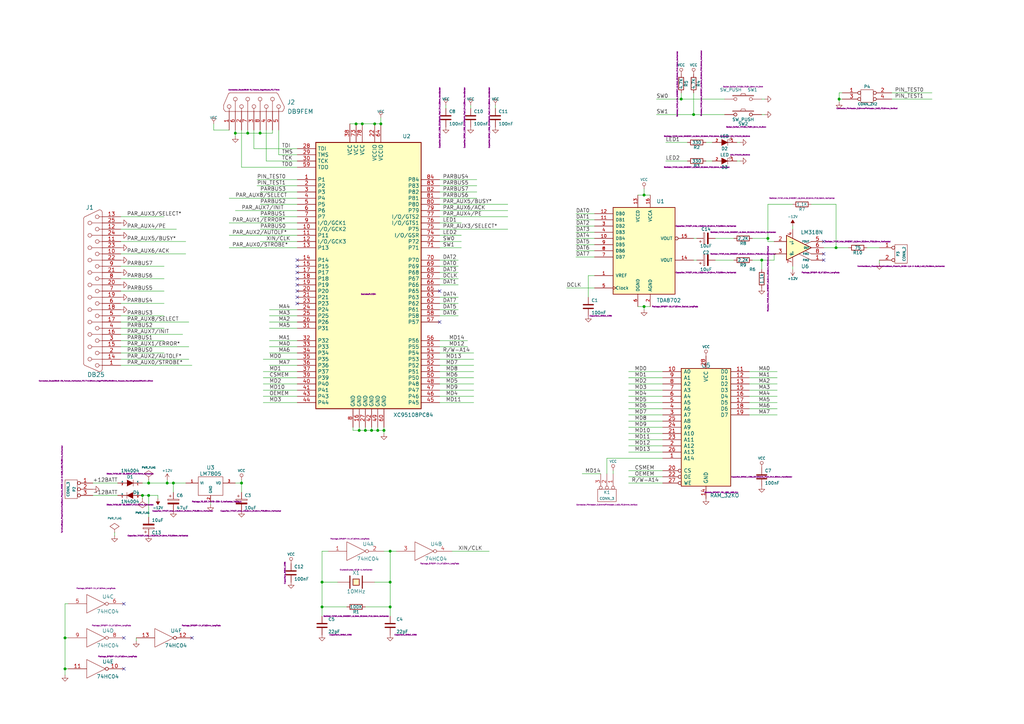
<source format=kicad_sch>
(kicad_sch (version 20201015) (generator eeschema)
  (page 1 1)
  (paper "A3")
  (title_block (title "XC95108PC84 EXPERIMENTATION BOARD") (date "Sun 22 Mar 2015"))
  (junction (at 26.67 261.62) (diameter 1.016))
  (junction (at 26.67 274.32) (diameter 1.016))
  (junction (at 58.42 203.2) (diameter 1.016))
  (junction (at 60.96 198.12) (diameter 1.016))
  (junction (at 60.96 203.2) (diameter 1.016))
  (junction (at 68.58 198.12) (diameter 1.016))
  (junction (at 71.12 198.12) (diameter 1.016))
  (junction (at 96.52 54.61) (diameter 1.016))
  (junction (at 99.06 198.12) (diameter 1.016))
  (junction (at 101.6 54.61) (diameter 1.016))
  (junction (at 106.68 54.61) (diameter 1.016))
  (junction (at 132.08 238.76) (diameter 1.016))
  (junction (at 132.08 248.92) (diameter 1.016))
  (junction (at 146.05 50.8) (diameter 1.016))
  (junction (at 147.32 176.53) (diameter 1.016))
  (junction (at 148.59 50.8) (diameter 1.016))
  (junction (at 149.86 176.53) (diameter 1.016))
  (junction (at 152.4 176.53) (diameter 1.016))
  (junction (at 153.67 50.8) (diameter 1.016))
  (junction (at 154.94 176.53) (diameter 1.016))
  (junction (at 156.21 50.8) (diameter 1.016))
  (junction (at 157.48 176.53) (diameter 1.016))
  (junction (at 160.02 226.06) (diameter 1.016))
  (junction (at 160.02 238.76) (diameter 1.016))
  (junction (at 160.02 248.92) (diameter 1.016))
  (junction (at 264.16 80.01) (diameter 1.016))
  (junction (at 264.16 125.73) (diameter 1.016))
  (junction (at 279.4 40.64) (diameter 1.016))
  (junction (at 284.48 46.99) (diameter 1.016))
  (junction (at 312.42 106.68) (diameter 1.016))
  (junction (at 314.96 97.79) (diameter 1.016))
  (junction (at 342.9 101.6) (diameter 1.016))
  (junction (at 344.17 40.64) (diameter 1.016))
  (no_connect (at 180.34 132.08))
  (no_connect (at 50.8 247.65))
  (no_connect (at 121.92 109.22))
  (no_connect (at 337.82 106.68))
  (no_connect (at 121.92 106.68))
  (no_connect (at 337.82 99.06))
  (no_connect (at 337.82 104.14))
  (no_connect (at 121.92 119.38))
  (no_connect (at 78.74 261.62))
  (no_connect (at 121.92 124.46))
  (no_connect (at 180.34 119.38))
  (no_connect (at 121.92 111.76))
  (no_connect (at 121.92 114.3))
  (no_connect (at 121.92 121.92))
  (no_connect (at 50.8 274.32))
  (no_connect (at 121.92 116.84))
  (no_connect (at 50.8 261.62))
  (wire (pts (xy 26.67 247.65) (xy 26.67 261.62)))
  (wire (pts (xy 26.67 247.65) (xy 27.94 247.65)))
  (wire (pts (xy 26.67 261.62) (xy 26.67 274.32)))
  (wire (pts (xy 26.67 274.32) (xy 26.67 276.86)))
  (wire (pts (xy 26.67 274.32) (xy 27.94 274.32)))
  (wire (pts (xy 27.94 261.62) (xy 26.67 261.62)))
  (wire (pts (xy 38.1 198.12) (xy 48.26 198.12)))
  (wire (pts (xy 46.99 219.71) (xy 46.99 218.44)))
  (wire (pts (xy 48.26 203.2) (xy 38.1 203.2)))
  (wire (pts (xy 49.53 93.98) (xy 72.39 93.98)))
  (wire (pts (xy 49.53 99.06) (xy 76.2 99.06)))
  (wire (pts (xy 49.53 104.14) (xy 76.2 104.14)))
  (wire (pts (xy 49.53 132.08) (xy 77.47 132.08)))
  (wire (pts (xy 49.53 137.16) (xy 74.93 137.16)))
  (wire (pts (xy 49.53 142.24) (xy 77.47 142.24)))
  (wire (pts (xy 49.53 147.32) (xy 77.47 147.32)))
  (wire (pts (xy 49.53 149.86) (xy 78.74 149.86)))
  (wire (pts (xy 55.88 262.89) (xy 55.88 261.62)))
  (wire (pts (xy 58.42 198.12) (xy 60.96 198.12)))
  (wire (pts (xy 58.42 203.2) (xy 60.96 203.2)))
  (wire (pts (xy 58.42 204.47) (xy 58.42 203.2)))
  (wire (pts (xy 60.96 196.85) (xy 60.96 198.12)))
  (wire (pts (xy 60.96 198.12) (xy 68.58 198.12)))
  (wire (pts (xy 60.96 203.2) (xy 60.96 212.09)))
  (wire (pts (xy 60.96 203.2) (xy 64.77 203.2)))
  (wire (pts (xy 64.77 203.2) (xy 64.77 204.47)))
  (wire (pts (xy 67.31 88.9) (xy 49.53 88.9)))
  (wire (pts (xy 67.31 109.22) (xy 49.53 109.22)))
  (wire (pts (xy 67.31 114.3) (xy 49.53 114.3)))
  (wire (pts (xy 67.31 119.38) (xy 49.53 119.38)))
  (wire (pts (xy 67.31 124.46) (xy 49.53 124.46)))
  (wire (pts (xy 67.31 129.54) (xy 49.53 129.54)))
  (wire (pts (xy 67.31 134.62) (xy 49.53 134.62)))
  (wire (pts (xy 67.31 139.7) (xy 49.53 139.7)))
  (wire (pts (xy 67.31 144.78) (xy 49.53 144.78)))
  (wire (pts (xy 68.58 196.85) (xy 68.58 198.12)))
  (wire (pts (xy 68.58 198.12) (xy 71.12 198.12)))
  (wire (pts (xy 71.12 198.12) (xy 71.12 201.93)))
  (wire (pts (xy 71.12 198.12) (xy 76.2 198.12)))
  (wire (pts (xy 86.36 207.01) (xy 86.36 205.74)))
  (wire (pts (xy 87.63 53.34) (xy 87.63 50.8)))
  (wire (pts (xy 87.63 53.34) (xy 93.98 53.34)))
  (wire (pts (xy 93.98 81.28) (xy 121.92 81.28)))
  (wire (pts (xy 93.98 101.6) (xy 121.92 101.6)))
  (wire (pts (xy 96.52 53.34) (xy 96.52 54.61)))
  (wire (pts (xy 96.52 54.61) (xy 96.52 55.88)))
  (wire (pts (xy 96.52 54.61) (xy 101.6 54.61)))
  (wire (pts (xy 96.52 86.36) (xy 121.92 86.36)))
  (wire (pts (xy 99.06 53.34) (xy 99.06 68.58)))
  (wire (pts (xy 99.06 68.58) (xy 121.92 68.58)))
  (wire (pts (xy 99.06 196.85) (xy 99.06 198.12)))
  (wire (pts (xy 99.06 198.12) (xy 96.52 198.12)))
  (wire (pts (xy 99.06 198.12) (xy 99.06 201.93)))
  (wire (pts (xy 101.6 53.34) (xy 101.6 54.61)))
  (wire (pts (xy 101.6 54.61) (xy 106.68 54.61)))
  (wire (pts (xy 104.14 60.96) (xy 104.14 53.34)))
  (wire (pts (xy 105.41 73.66) (xy 121.92 73.66)))
  (wire (pts (xy 105.41 76.2) (xy 121.92 76.2)))
  (wire (pts (xy 106.68 54.61) (xy 106.68 53.34)))
  (wire (pts (xy 106.68 54.61) (xy 111.76 54.61)))
  (wire (pts (xy 106.68 99.06) (xy 121.92 99.06)))
  (wire (pts (xy 109.22 66.04) (xy 109.22 53.34)))
  (wire (pts (xy 110.49 127) (xy 121.92 127)))
  (wire (pts (xy 110.49 129.54) (xy 121.92 129.54)))
  (wire (pts (xy 110.49 132.08) (xy 121.92 132.08)))
  (wire (pts (xy 110.49 134.62) (xy 121.92 134.62)))
  (wire (pts (xy 110.49 139.7) (xy 121.92 139.7)))
  (wire (pts (xy 110.49 142.24) (xy 121.92 142.24)))
  (wire (pts (xy 110.49 144.78) (xy 121.92 144.78)))
  (wire (pts (xy 110.49 149.86) (xy 121.92 149.86)))
  (wire (pts (xy 111.76 54.61) (xy 111.76 53.34)))
  (wire (pts (xy 114.3 63.5) (xy 114.3 53.34)))
  (wire (pts (xy 121.92 60.96) (xy 104.14 60.96)))
  (wire (pts (xy 121.92 63.5) (xy 114.3 63.5)))
  (wire (pts (xy 121.92 66.04) (xy 109.22 66.04)))
  (wire (pts (xy 121.92 78.74) (xy 106.68 78.74)))
  (wire (pts (xy 121.92 83.82) (xy 106.68 83.82)))
  (wire (pts (xy 121.92 88.9) (xy 106.68 88.9)))
  (wire (pts (xy 121.92 91.44) (xy 93.98 91.44)))
  (wire (pts (xy 121.92 93.98) (xy 106.68 93.98)))
  (wire (pts (xy 121.92 96.52) (xy 93.98 96.52)))
  (wire (pts (xy 121.92 147.32) (xy 107.95 147.32)))
  (wire (pts (xy 121.92 152.4) (xy 107.95 152.4)))
  (wire (pts (xy 121.92 154.94) (xy 107.95 154.94)))
  (wire (pts (xy 121.92 157.48) (xy 107.95 157.48)))
  (wire (pts (xy 121.92 160.02) (xy 107.95 160.02)))
  (wire (pts (xy 121.92 162.56) (xy 107.95 162.56)))
  (wire (pts (xy 121.92 165.1) (xy 107.95 165.1)))
  (wire (pts (xy 132.08 226.06) (xy 132.08 238.76)))
  (wire (pts (xy 132.08 226.06) (xy 134.62 226.06)))
  (wire (pts (xy 132.08 238.76) (xy 132.08 248.92)))
  (wire (pts (xy 132.08 238.76) (xy 138.43 238.76)))
  (wire (pts (xy 132.08 248.92) (xy 132.08 252.73)))
  (wire (pts (xy 142.24 248.92) (xy 132.08 248.92)))
  (wire (pts (xy 143.51 50.8) (xy 146.05 50.8)))
  (wire (pts (xy 144.78 175.26) (xy 144.78 176.53)))
  (wire (pts (xy 144.78 176.53) (xy 147.32 176.53)))
  (wire (pts (xy 146.05 50.8) (xy 148.59 50.8)))
  (wire (pts (xy 147.32 175.26) (xy 147.32 176.53)))
  (wire (pts (xy 147.32 176.53) (xy 149.86 176.53)))
  (wire (pts (xy 148.59 50.8) (xy 153.67 50.8)))
  (wire (pts (xy 149.86 175.26) (xy 149.86 176.53)))
  (wire (pts (xy 149.86 176.53) (xy 152.4 176.53)))
  (wire (pts (xy 152.4 175.26) (xy 152.4 176.53)))
  (wire (pts (xy 152.4 176.53) (xy 154.94 176.53)))
  (wire (pts (xy 153.67 50.8) (xy 156.21 50.8)))
  (wire (pts (xy 153.67 238.76) (xy 160.02 238.76)))
  (wire (pts (xy 154.94 175.26) (xy 154.94 176.53)))
  (wire (pts (xy 154.94 176.53) (xy 157.48 176.53)))
  (wire (pts (xy 156.21 50.8) (xy 156.21 48.26)))
  (wire (pts (xy 157.48 175.26) (xy 157.48 176.53)))
  (wire (pts (xy 157.48 176.53) (xy 157.48 177.8)))
  (wire (pts (xy 157.48 226.06) (xy 160.02 226.06)))
  (wire (pts (xy 160.02 226.06) (xy 160.02 238.76)))
  (wire (pts (xy 160.02 226.06) (xy 162.56 226.06)))
  (wire (pts (xy 160.02 238.76) (xy 160.02 248.92)))
  (wire (pts (xy 160.02 248.92) (xy 149.86 248.92)))
  (wire (pts (xy 160.02 248.92) (xy 160.02 252.73)))
  (wire (pts (xy 180.34 83.82) (xy 208.28 83.82)))
  (wire (pts (xy 180.34 86.36) (xy 208.28 86.36)))
  (wire (pts (xy 180.34 88.9) (xy 208.28 88.9)))
  (wire (pts (xy 180.34 93.98) (xy 208.28 93.98)))
  (wire (pts (xy 182.88 44.45) (xy 182.88 43.18)))
  (wire (pts (xy 185.42 226.06) (xy 200.66 226.06)))
  (wire (pts (xy 187.96 106.68) (xy 180.34 106.68)))
  (wire (pts (xy 187.96 109.22) (xy 180.34 109.22)))
  (wire (pts (xy 187.96 111.76) (xy 180.34 111.76)))
  (wire (pts (xy 187.96 114.3) (xy 180.34 114.3)))
  (wire (pts (xy 187.96 116.84) (xy 180.34 116.84)))
  (wire (pts (xy 187.96 121.92) (xy 180.34 121.92)))
  (wire (pts (xy 187.96 124.46) (xy 180.34 124.46)))
  (wire (pts (xy 187.96 127) (xy 180.34 127)))
  (wire (pts (xy 187.96 129.54) (xy 180.34 129.54)))
  (wire (pts (xy 189.23 91.44) (xy 180.34 91.44)))
  (wire (pts (xy 189.23 96.52) (xy 180.34 96.52)))
  (wire (pts (xy 189.23 99.06) (xy 180.34 99.06)))
  (wire (pts (xy 189.23 101.6) (xy 180.34 101.6)))
  (wire (pts (xy 191.77 139.7) (xy 180.34 139.7)))
  (wire (pts (xy 191.77 142.24) (xy 180.34 142.24)))
  (wire (pts (xy 193.04 43.18) (xy 193.04 44.45)))
  (wire (pts (xy 194.31 144.78) (xy 180.34 144.78)))
  (wire (pts (xy 194.31 147.32) (xy 180.34 147.32)))
  (wire (pts (xy 194.31 149.86) (xy 180.34 149.86)))
  (wire (pts (xy 194.31 152.4) (xy 180.34 152.4)))
  (wire (pts (xy 194.31 154.94) (xy 180.34 154.94)))
  (wire (pts (xy 194.31 157.48) (xy 180.34 157.48)))
  (wire (pts (xy 194.31 160.02) (xy 180.34 160.02)))
  (wire (pts (xy 194.31 162.56) (xy 180.34 162.56)))
  (wire (pts (xy 194.31 165.1) (xy 180.34 165.1)))
  (wire (pts (xy 195.58 73.66) (xy 180.34 73.66)))
  (wire (pts (xy 195.58 76.2) (xy 180.34 76.2)))
  (wire (pts (xy 195.58 78.74) (xy 180.34 78.74)))
  (wire (pts (xy 195.58 81.28) (xy 180.34 81.28)))
  (wire (pts (xy 203.2 43.18) (xy 203.2 44.45)))
  (wire (pts (xy 241.3 113.03) (xy 241.3 121.92)))
  (wire (pts (xy 243.84 87.63) (xy 236.22 87.63)))
  (wire (pts (xy 243.84 90.17) (xy 236.22 90.17)))
  (wire (pts (xy 243.84 92.71) (xy 236.22 92.71)))
  (wire (pts (xy 243.84 95.25) (xy 236.22 95.25)))
  (wire (pts (xy 243.84 97.79) (xy 236.22 97.79)))
  (wire (pts (xy 243.84 100.33) (xy 236.22 100.33)))
  (wire (pts (xy 243.84 102.87) (xy 236.22 102.87)))
  (wire (pts (xy 243.84 105.41) (xy 236.22 105.41)))
  (wire (pts (xy 243.84 113.03) (xy 241.3 113.03)))
  (wire (pts (xy 243.84 118.11) (xy 232.41 118.11)))
  (wire (pts (xy 246.38 194.31) (xy 238.76 194.31)))
  (wire (pts (xy 248.92 187.96) (xy 248.92 194.31)))
  (wire (pts (xy 251.46 193.04) (xy 251.46 194.31)))
  (wire (pts (xy 261.62 80.01) (xy 264.16 80.01)))
  (wire (pts (xy 261.62 125.73) (xy 264.16 125.73)))
  (wire (pts (xy 264.16 80.01) (xy 264.16 77.47)))
  (wire (pts (xy 264.16 80.01) (xy 266.7 80.01)))
  (wire (pts (xy 264.16 125.73) (xy 266.7 125.73)))
  (wire (pts (xy 264.16 127) (xy 264.16 125.73)))
  (wire (pts (xy 269.24 40.64) (xy 279.4 40.64)))
  (wire (pts (xy 269.24 46.99) (xy 284.48 46.99)))
  (wire (pts (xy 271.78 152.4) (xy 257.81 152.4)))
  (wire (pts (xy 271.78 154.94) (xy 257.81 154.94)))
  (wire (pts (xy 271.78 157.48) (xy 257.81 157.48)))
  (wire (pts (xy 271.78 160.02) (xy 257.81 160.02)))
  (wire (pts (xy 271.78 162.56) (xy 257.81 162.56)))
  (wire (pts (xy 271.78 165.1) (xy 257.81 165.1)))
  (wire (pts (xy 271.78 167.64) (xy 257.81 167.64)))
  (wire (pts (xy 271.78 170.18) (xy 257.81 170.18)))
  (wire (pts (xy 271.78 172.72) (xy 257.81 172.72)))
  (wire (pts (xy 271.78 175.26) (xy 257.81 175.26)))
  (wire (pts (xy 271.78 177.8) (xy 257.81 177.8)))
  (wire (pts (xy 271.78 180.34) (xy 257.81 180.34)))
  (wire (pts (xy 271.78 182.88) (xy 257.81 182.88)))
  (wire (pts (xy 271.78 185.42) (xy 257.81 185.42)))
  (wire (pts (xy 271.78 187.96) (xy 248.92 187.96)))
  (wire (pts (xy 271.78 193.04) (xy 257.81 193.04)))
  (wire (pts (xy 271.78 195.58) (xy 257.81 195.58)))
  (wire (pts (xy 271.78 198.12) (xy 257.81 198.12)))
  (wire (pts (xy 279.4 38.1) (xy 279.4 40.64)))
  (wire (pts (xy 279.4 40.64) (xy 297.18 40.64)))
  (wire (pts (xy 281.94 58.42) (xy 273.05 58.42)))
  (wire (pts (xy 281.94 66.04) (xy 273.05 66.04)))
  (wire (pts (xy 284.48 46.99) (xy 284.48 38.1)))
  (wire (pts (xy 284.48 46.99) (xy 297.18 46.99)))
  (wire (pts (xy 285.75 97.79) (xy 284.48 97.79)))
  (wire (pts (xy 285.75 106.68) (xy 284.48 106.68)))
  (wire (pts (xy 292.1 58.42) (xy 289.56 58.42)))
  (wire (pts (xy 292.1 66.04) (xy 289.56 66.04)))
  (wire (pts (xy 293.37 97.79) (xy 300.99 97.79)))
  (wire (pts (xy 300.99 106.68) (xy 293.37 106.68)))
  (wire (pts (xy 302.26 58.42) (xy 303.53 58.42)))
  (wire (pts (xy 303.53 66.04) (xy 302.26 66.04)))
  (wire (pts (xy 307.34 152.4) (xy 318.77 152.4)))
  (wire (pts (xy 307.34 154.94) (xy 318.77 154.94)))
  (wire (pts (xy 307.34 157.48) (xy 318.77 157.48)))
  (wire (pts (xy 307.34 160.02) (xy 318.77 160.02)))
  (wire (pts (xy 307.34 162.56) (xy 318.77 162.56)))
  (wire (pts (xy 307.34 165.1) (xy 318.77 165.1)))
  (wire (pts (xy 307.34 167.64) (xy 318.77 167.64)))
  (wire (pts (xy 307.34 170.18) (xy 318.77 170.18)))
  (wire (pts (xy 308.61 97.79) (xy 314.96 97.79)))
  (wire (pts (xy 308.61 106.68) (xy 312.42 106.68)))
  (wire (pts (xy 312.42 46.99) (xy 313.69 46.99)))
  (wire (pts (xy 312.42 106.68) (xy 312.42 110.49)))
  (wire (pts (xy 312.42 106.68) (xy 317.5 106.68)))
  (wire (pts (xy 313.69 40.64) (xy 312.42 40.64)))
  (wire (pts (xy 314.96 83.82) (xy 314.96 97.79)))
  (wire (pts (xy 314.96 83.82) (xy 325.12 83.82)))
  (wire (pts (xy 314.96 97.79) (xy 314.96 99.06)))
  (wire (pts (xy 317.5 99.06) (xy 314.96 99.06)))
  (wire (pts (xy 317.5 106.68) (xy 317.5 104.14)))
  (wire (pts (xy 325.12 92.71) (xy 325.12 93.98)))
  (wire (pts (xy 325.12 110.49) (xy 325.12 109.22)))
  (wire (pts (xy 332.74 83.82) (xy 342.9 83.82)))
  (wire (pts (xy 337.82 101.6) (xy 342.9 101.6)))
  (wire (pts (xy 342.9 83.82) (xy 342.9 101.6)))
  (wire (pts (xy 342.9 101.6) (xy 347.98 101.6)))
  (wire (pts (xy 344.17 38.1) (xy 344.17 40.64)))
  (wire (pts (xy 344.17 38.1) (xy 345.44 38.1)))
  (wire (pts (xy 344.17 40.64) (xy 344.17 41.91)))
  (wire (pts (xy 345.44 40.64) (xy 344.17 40.64)))
  (wire (pts (xy 355.6 101.6) (xy 360.68 101.6)))
  (wire (pts (xy 360.68 107.95) (xy 360.68 106.68)))
  (wire (pts (xy 365.76 38.1) (xy 382.27 38.1)))
  (wire (pts (xy 365.76 40.64) (xy 382.27 40.64)))
  (label "+12BATT" (at 38.1 198.12 0) (effects (font (size 1.524 1.524))))
  (label "-12BATT" (at 38.1 203.2 0) (effects (font (size 1.524 1.524))))
  (label "PAR_AUX3/SELECT*" (at 52.07 88.9 0) (effects (font (size 1.524 1.524))))
  (label "PAR_AUX4/PE" (at 52.07 93.98 0) (effects (font (size 1.524 1.524))))
  (label "PAR_AUX5/BUSY*" (at 52.07 99.06 0) (effects (font (size 1.524 1.524))))
  (label "PAR_AUX6/ACK" (at 52.07 104.14 0) (effects (font (size 1.524 1.524))))
  (label "PARBUS7" (at 52.07 109.22 0) (effects (font (size 1.524 1.524))))
  (label "PARBUS6" (at 52.07 114.3 0) (effects (font (size 1.524 1.524))))
  (label "PARBUS5" (at 52.07 119.38 0) (effects (font (size 1.524 1.524))))
  (label "PARBUS4" (at 52.07 124.46 0) (effects (font (size 1.524 1.524))))
  (label "PARBUS3" (at 52.07 129.54 0) (effects (font (size 1.524 1.524))))
  (label "PAR_AUX8/SELECT" (at 52.07 132.08 0) (effects (font (size 1.524 1.524))))
  (label "PARBUS2" (at 52.07 134.62 0) (effects (font (size 1.524 1.524))))
  (label "PAR_AUX7/INIT" (at 52.07 137.16 0) (effects (font (size 1.524 1.524))))
  (label "PARBUS1" (at 52.07 139.7 0) (effects (font (size 1.524 1.524))))
  (label "PAR_AUX1/ERROR*" (at 52.07 142.24 0) (effects (font (size 1.524 1.524))))
  (label "PARBUS0" (at 52.07 144.78 0) (effects (font (size 1.524 1.524))))
  (label "PAR_AUX2/AUTOLF*" (at 52.07 147.32 0) (effects (font (size 1.524 1.524))))
  (label "PAR_AUX0/STROBE*" (at 52.07 149.86 0) (effects (font (size 1.524 1.524))))
  (label "PAR_AUX1/ERROR*" (at 95.25 91.44 0) (effects (font (size 1.524 1.524))))
  (label "PAR_AUX2/AUTOLF*" (at 95.25 96.52 0) (effects (font (size 1.524 1.524))))
  (label "PAR_AUX0/STROBE*" (at 95.25 101.6 0) (effects (font (size 1.524 1.524))))
  (label "PAR_AUX8/SELECT" (at 96.52 81.28 0) (effects (font (size 1.524 1.524))))
  (label "PAR_AUX7/INIT" (at 99.06 86.36 0) (effects (font (size 1.524 1.524))))
  (label "PIN_TEST0" (at 105.41 73.66 0) (effects (font (size 1.524 1.524))))
  (label "PIN_TEST1" (at 105.41 76.2 0) (effects (font (size 1.524 1.524))))
  (label "PARBUS3" (at 106.68 78.74 0) (effects (font (size 1.524 1.524))))
  (label "PARBUS2" (at 106.68 83.82 0) (effects (font (size 1.524 1.524))))
  (label "PARBUS1" (at 106.68 88.9 0) (effects (font (size 1.524 1.524))))
  (label "PARBUS0" (at 106.68 93.98 0) (effects (font (size 1.524 1.524))))
  (label "XIN/CLK" (at 109.22 99.06 0) (effects (font (size 1.524 1.524))))
  (label "MD0" (at 110.49 147.32 0) (effects (font (size 1.524 1.524))))
  (label "MD1" (at 110.49 152.4 0) (effects (font (size 1.524 1.524))))
  (label "CSMEM" (at 110.49 154.94 0) (effects (font (size 1.524 1.524))))
  (label "MD2" (at 110.49 157.48 0) (effects (font (size 1.524 1.524))))
  (label "MD10" (at 110.49 160.02 0) (effects (font (size 1.524 1.524))))
  (label "OEMEM" (at 110.49 162.56 0) (effects (font (size 1.524 1.524))))
  (label "MD3" (at 110.49 165.1 0) (effects (font (size 1.524 1.524))))
  (label "MA4" (at 114.3 127 0) (effects (font (size 1.524 1.524))))
  (label "MA3" (at 114.3 129.54 0) (effects (font (size 1.524 1.524))))
  (label "MA2" (at 114.3 132.08 0) (effects (font (size 1.524 1.524))))
  (label "MA5" (at 114.3 134.62 0) (effects (font (size 1.524 1.524))))
  (label "MA1" (at 114.3 139.7 0) (effects (font (size 1.524 1.524))))
  (label "MA0" (at 114.3 142.24 0) (effects (font (size 1.524 1.524))))
  (label "MA6" (at 114.3 144.78 0) (effects (font (size 1.524 1.524))))
  (label "MA7" (at 114.3 149.86 0) (effects (font (size 1.524 1.524))))
  (label "TDI" (at 115.57 60.96 0) (effects (font (size 1.524 1.524))))
  (label "TMS" (at 115.57 63.5 0) (effects (font (size 1.524 1.524))))
  (label "TCK" (at 115.57 66.04 0) (effects (font (size 1.524 1.524))))
  (label "TDO" (at 115.57 68.58 0) (effects (font (size 1.524 1.524))))
  (label "PARBUS4" (at 181.61 73.66 0) (effects (font (size 1.524 1.524))))
  (label "PARBUS5" (at 181.61 76.2 0) (effects (font (size 1.524 1.524))))
  (label "PARBUS7" (at 181.61 78.74 0) (effects (font (size 1.524 1.524))))
  (label "PARBUS6" (at 181.61 81.28 0) (effects (font (size 1.524 1.524))))
  (label "PAR_AUX5/BUSY*" (at 181.61 83.82 0) (effects (font (size 1.524 1.524))))
  (label "PAR_AUX6/ACK" (at 181.61 86.36 0) (effects (font (size 1.524 1.524))))
  (label "PAR_AUX4/PE" (at 181.61 88.9 0) (effects (font (size 1.524 1.524))))
  (label "LED1" (at 181.61 91.44 0) (effects (font (size 1.524 1.524))))
  (label "PAR_AUX3/SELECT*" (at 181.61 93.98 0) (effects (font (size 1.524 1.524))))
  (label "LED2" (at 181.61 96.52 0) (effects (font (size 1.524 1.524))))
  (label "SW0" (at 181.61 99.06 0) (effects (font (size 1.524 1.524))))
  (label "SW1" (at 181.61 101.6 0) (effects (font (size 1.524 1.524))))
  (label "DAT2" (at 181.61 106.68 0) (effects (font (size 1.524 1.524))))
  (label "DAT0" (at 181.61 109.22 0) (effects (font (size 1.524 1.524))))
  (label "DAT3" (at 181.61 111.76 0) (effects (font (size 1.524 1.524))))
  (label "DCLK" (at 181.61 114.3 0) (effects (font (size 1.524 1.524))))
  (label "DAT1" (at 181.61 116.84 0) (effects (font (size 1.524 1.524))))
  (label "DAT4" (at 181.61 121.92 0) (effects (font (size 1.524 1.524))))
  (label "DAT7" (at 181.61 124.46 0) (effects (font (size 1.524 1.524))))
  (label "DAT5" (at 181.61 127 0) (effects (font (size 1.524 1.524))))
  (label "DAT6" (at 181.61 129.54 0) (effects (font (size 1.524 1.524))))
  (label "R/W-A14" (at 181.61 144.78 0) (effects (font (size 1.524 1.524))))
  (label "MD13" (at 182.88 147.32 0) (effects (font (size 1.524 1.524))))
  (label "MD7" (at 182.88 149.86 0) (effects (font (size 1.524 1.524))))
  (label "MD8" (at 182.88 152.4 0) (effects (font (size 1.524 1.524))))
  (label "MD6" (at 182.88 154.94 0) (effects (font (size 1.524 1.524))))
  (label "MD5" (at 182.88 157.48 0) (effects (font (size 1.524 1.524))))
  (label "MD9" (at 182.88 160.02 0) (effects (font (size 1.524 1.524))))
  (label "MD4" (at 182.88 162.56 0) (effects (font (size 1.524 1.524))))
  (label "MD11" (at 182.88 165.1 0) (effects (font (size 1.524 1.524))))
  (label "MD14" (at 184.15 139.7 0) (effects (font (size 1.524 1.524))))
  (label "MD12" (at 184.15 142.24 0) (effects (font (size 1.524 1.524))))
  (label "XIN/CLK" (at 187.96 226.06 0) (effects (font (size 1.524 1.524))))
  (label "DCLK" (at 232.41 118.11 0) (effects (font (size 1.524 1.524))))
  (label "DAT0" (at 236.22 87.63 0) (effects (font (size 1.524 1.524))))
  (label "DAT1" (at 236.22 90.17 0) (effects (font (size 1.524 1.524))))
  (label "DAT2" (at 236.22 92.71 0) (effects (font (size 1.524 1.524))))
  (label "DAT3" (at 236.22 95.25 0) (effects (font (size 1.524 1.524))))
  (label "DAT4" (at 236.22 97.79 0) (effects (font (size 1.524 1.524))))
  (label "DAT5" (at 236.22 100.33 0) (effects (font (size 1.524 1.524))))
  (label "DAT6" (at 236.22 102.87 0) (effects (font (size 1.524 1.524))))
  (label "DAT7" (at 236.22 105.41 0) (effects (font (size 1.524 1.524))))
  (label "MD14" (at 240.03 194.31 0) (effects (font (size 1.524 1.524))))
  (label "R/W-A14" (at 259.08 198.12 0) (effects (font (size 1.524 1.524))))
  (label "MD0" (at 260.35 152.4 0) (effects (font (size 1.524 1.524))))
  (label "MD1" (at 260.35 154.94 0) (effects (font (size 1.524 1.524))))
  (label "MD2" (at 260.35 157.48 0) (effects (font (size 1.524 1.524))))
  (label "MD3" (at 260.35 160.02 0) (effects (font (size 1.524 1.524))))
  (label "MD4" (at 260.35 162.56 0) (effects (font (size 1.524 1.524))))
  (label "MD5" (at 260.35 165.1 0) (effects (font (size 1.524 1.524))))
  (label "MD6" (at 260.35 167.64 0) (effects (font (size 1.524 1.524))))
  (label "MD7" (at 260.35 170.18 0) (effects (font (size 1.524 1.524))))
  (label "MD8" (at 260.35 172.72 0) (effects (font (size 1.524 1.524))))
  (label "MD9" (at 260.35 175.26 0) (effects (font (size 1.524 1.524))))
  (label "MD10" (at 260.35 177.8 0) (effects (font (size 1.524 1.524))))
  (label "MD11" (at 260.35 180.34 0) (effects (font (size 1.524 1.524))))
  (label "MD12" (at 260.35 182.88 0) (effects (font (size 1.524 1.524))))
  (label "MD13" (at 260.35 185.42 0) (effects (font (size 1.524 1.524))))
  (label "CSMEM" (at 260.35 193.04 0) (effects (font (size 1.524 1.524))))
  (label "OEMEM" (at 260.35 195.58 0) (effects (font (size 1.524 1.524))))
  (label "SW0" (at 269.24 40.64 0) (effects (font (size 1.524 1.524))))
  (label "SW1" (at 269.24 46.99 0) (effects (font (size 1.524 1.524))))
  (label "LED1" (at 273.05 58.42 0) (effects (font (size 1.524 1.524))))
  (label "LED2" (at 273.05 66.04 0) (effects (font (size 1.524 1.524))))
  (label "MA0" (at 311.15 152.4 0) (effects (font (size 1.524 1.524))))
  (label "MA1" (at 311.15 154.94 0) (effects (font (size 1.524 1.524))))
  (label "MA2" (at 311.15 157.48 0) (effects (font (size 1.524 1.524))))
  (label "MA3" (at 311.15 160.02 0) (effects (font (size 1.524 1.524))))
  (label "MA4" (at 311.15 162.56 0) (effects (font (size 1.524 1.524))))
  (label "MA5" (at 311.15 165.1 0) (effects (font (size 1.524 1.524))))
  (label "MA6" (at 311.15 167.64 0) (effects (font (size 1.524 1.524))))
  (label "MA7" (at 311.15 170.18 0) (effects (font (size 1.524 1.524))))
  (label "PIN_TEST0" (at 367.03 38.1 0) (effects (font (size 1.524 1.524))))
  (label "PIN_TEST1" (at 367.03 40.64 0) (effects (font (size 1.524 1.524))))
  (symbol (lib_id "carte_test_schlib:VCC") (at 87.63 50.8 0) (unit 1)
    (property "Reference" "#PWR041" (effects hide))
    (property "Value" "VCC" (at 87.63 48.26 0) (effects (font (size 1.016 1.016))))
  )
  (symbol (lib_id "carte_test_schlib:VCC") (at 99.06 196.85 0) (unit 1)
    (property "Reference" "#PWR037" (effects hide))
    (property "Value" "VCC" (at 99.06 193.04 0) (effects (font (size 1.016 1.016))))
  )
  (symbol (lib_id "carte_test_schlib:VCC") (at 119.38 231.14 0) (unit 1)
    (property "Reference" "#PWR022" (effects hide))
    (property "Value" "VCC" (at 119.38 227.33 0) (effects (font (size 1.016 1.016))))
  )
  (symbol (lib_id "carte_test_schlib:VCC") (at 156.21 48.26 0) (unit 1)
    (property "Reference" "#PWR047" (effects hide))
    (property "Value" "VCC" (at 156.21 45.72 0) (effects (font (size 1.016 1.016))))
  )
  (symbol (lib_id "carte_test_schlib:VCC") (at 182.88 43.18 0) (unit 1)
    (property "Reference" "#PWR027" (effects hide))
    (property "Value" "VCC" (at 182.88 40.64 0) (effects (font (size 1.016 1.016))))
  )
  (symbol (lib_id "carte_test_schlib:VCC") (at 193.04 43.18 0) (unit 1)
    (property "Reference" "#PWR026" (effects hide))
    (property "Value" "VCC" (at 193.04 40.64 0) (effects (font (size 1.016 1.016))))
  )
  (symbol (lib_id "carte_test_schlib:VCC") (at 203.2 43.18 0) (unit 1)
    (property "Reference" "#PWR025" (effects hide))
    (property "Value" "VCC" (at 203.2 40.64 0) (effects (font (size 1.016 1.016))))
  )
  (symbol (lib_id "carte_test_schlib:VCC") (at 251.46 193.04 0) (unit 1)
    (property "Reference" "#PWR029" (effects hide))
    (property "Value" "VCC" (at 251.46 189.23 0) (effects (font (size 1.016 1.016))))
  )
  (symbol (lib_id "carte_test_schlib:VCC") (at 264.16 77.47 0) (unit 1)
    (property "Reference" "#PWR046" (effects hide))
    (property "Value" "VCC" (at 264.16 73.66 0) (effects (font (size 1.016 1.016))))
  )
  (symbol (lib_id "carte_test_schlib:VCC") (at 279.4 30.48 0) (unit 1)
    (property "Reference" "#PWR015" (effects hide))
    (property "Value" "VCC" (at 279.4 26.67 0) (effects (font (size 1.016 1.016))))
  )
  (symbol (lib_id "carte_test_schlib:VCC") (at 284.48 30.48 0) (unit 1)
    (property "Reference" "#PWR014" (effects hide))
    (property "Value" "VCC" (at 284.48 26.67 0) (effects (font (size 1.016 1.016))))
  )
  (symbol (lib_id "carte_test_schlib:VCC") (at 289.56 146.05 0) (unit 1)
    (property "Reference" "#PWR02" (effects hide))
    (property "Value" "VCC" (at 289.56 142.24 0) (effects (font (size 1.016 1.016))))
  )
  (symbol (lib_id "carte_test_schlib:VCC") (at 312.42 191.77 0) (unit 1)
    (property "Reference" "#PWR024" (effects hide))
    (property "Value" "VCC" (at 312.42 187.96 0) (effects (font (size 1.016 1.016))))
  )
  (symbol (lib_id "carte_test_schlib:-12V") (at 64.77 204.47 0) (mirror x) (unit 1)
    (property "Reference" "#PWR139" (effects hide))
    (property "Value" "-12V" (at 64.77 208.28 0) (effects (font (size 1.016 1.016))))
  )
  (symbol (lib_id "carte_test_schlib:+12V") (at 68.58 196.85 0) (unit 1)
    (property "Reference" "#PWR05" (effects hide))
    (property "Value" "+12V" (at 68.58 193.04 0) (effects (font (size 1.016 1.016))))
  )
  (symbol (lib_id "carte_test_schlib:-12V") (at 325.12 92.71 0) (unit 1)
    (property "Reference" "#PWR118" (effects hide))
    (property "Value" "-12V" (at 325.12 88.9 0) (effects (font (size 1.016 1.016))))
  )
  (symbol (lib_id "carte_test_schlib:+12V") (at 325.12 110.49 0) (mirror x) (unit 1)
    (property "Reference" "#PWR04" (effects hide))
    (property "Value" "+12V" (at 325.12 114.3 0) (effects (font (size 1.016 1.016))))
  )
  (symbol (lib_id "carte_test_schlib:GND") (at 26.67 276.86 0) (unit 1)
    (property "Reference" "#PWR031" (effects hide))
    (property "Value" "GND" (effects hide))
  )
  (symbol (lib_id "carte_test_schlib:GND") (at 38.1 200.66 90) (unit 1)
    (property "Reference" "#PWR036" (effects hide))
    (property "Value" "GND" (effects hide))
  )
  (symbol (lib_id "carte_test_schlib:GND") (at 46.99 219.71 0) (unit 1)
    (property "Reference" "#PWR033" (effects hide))
    (property "Value" "GND" (effects hide))
  )
  (symbol (lib_id "carte_test_schlib:GND") (at 49.53 91.44 90) (unit 1)
    (property "Reference" "#PWR028" (effects hide))
    (property "Value" "GND" (effects hide))
  )
  (symbol (lib_id "carte_test_schlib:GND") (at 49.53 96.52 90) (unit 1)
    (property "Reference" "#PWR013" (effects hide))
    (property "Value" "GND" (effects hide))
  )
  (symbol (lib_id "carte_test_schlib:GND") (at 49.53 101.6 90) (unit 1)
    (property "Reference" "#PWR012" (effects hide))
    (property "Value" "GND" (effects hide))
  )
  (symbol (lib_id "carte_test_schlib:GND") (at 49.53 106.68 90) (unit 1)
    (property "Reference" "#PWR011" (effects hide))
    (property "Value" "GND" (effects hide))
  )
  (symbol (lib_id "carte_test_schlib:GND") (at 49.53 111.76 90) (unit 1)
    (property "Reference" "#PWR010" (effects hide))
    (property "Value" "GND" (effects hide))
  )
  (symbol (lib_id "carte_test_schlib:GND") (at 49.53 116.84 90) (unit 1)
    (property "Reference" "#PWR018" (effects hide))
    (property "Value" "GND" (effects hide))
  )
  (symbol (lib_id "carte_test_schlib:GND") (at 49.53 121.92 90) (unit 1)
    (property "Reference" "#PWR09" (effects hide))
    (property "Value" "GND" (effects hide))
  )
  (symbol (lib_id "carte_test_schlib:GND") (at 49.53 127 90) (unit 1)
    (property "Reference" "#PWR08" (effects hide))
    (property "Value" "GND" (effects hide))
  )
  (symbol (lib_id "carte_test_schlib:GND") (at 55.88 262.89 0) (unit 1)
    (property "Reference" "#PWR030" (effects hide))
    (property "Value" "GND" (effects hide))
  )
  (symbol (lib_id "carte_test_schlib:GND") (at 60.96 219.71 0) (unit 1)
    (property "Reference" "#PWR03" (effects hide))
    (property "Value" "GND" (effects hide))
  )
  (symbol (lib_id "carte_test_schlib:GND") (at 71.12 209.55 0) (unit 1)
    (property "Reference" "#PWR035" (effects hide))
    (property "Value" "GND" (effects hide))
  )
  (symbol (lib_id "carte_test_schlib:GND") (at 86.36 207.01 0) (unit 1)
    (property "Reference" "#PWR038" (effects hide))
    (property "Value" "GND" (effects hide))
  )
  (symbol (lib_id "carte_test_schlib:GND") (at 96.52 55.88 0) (unit 1)
    (property "Reference" "#PWR040" (effects hide))
    (property "Value" "GND" (effects hide))
  )
  (symbol (lib_id "carte_test_schlib:GND") (at 99.06 209.55 0) (unit 1)
    (property "Reference" "#PWR042" (effects hide))
    (property "Value" "GND" (effects hide))
  )
  (symbol (lib_id "carte_test_schlib:GND") (at 119.38 238.76 0) (unit 1)
    (property "Reference" "#PWR021" (effects hide))
    (property "Value" "GND" (effects hide))
  )
  (symbol (lib_id "carte_test_schlib:GND") (at 132.08 260.35 0) (unit 1)
    (property "Reference" "#PWR048" (effects hide))
    (property "Value" "GND" (effects hide))
  )
  (symbol (lib_id "carte_test_schlib:GND") (at 157.48 177.8 0) (unit 1)
    (property "Reference" "#PWR045" (effects hide))
    (property "Value" "GND" (effects hide))
  )
  (symbol (lib_id "carte_test_schlib:GND") (at 160.02 260.35 0) (unit 1)
    (property "Reference" "#PWR039" (effects hide))
    (property "Value" "GND" (effects hide))
  )
  (symbol (lib_id "carte_test_schlib:GND") (at 182.88 52.07 0) (unit 1)
    (property "Reference" "#PWR049" (effects hide))
    (property "Value" "GND" (effects hide))
  )
  (symbol (lib_id "carte_test_schlib:GND") (at 193.04 52.07 0) (unit 1)
    (property "Reference" "#PWR050" (effects hide))
    (property "Value" "GND" (effects hide))
  )
  (symbol (lib_id "carte_test_schlib:GND") (at 203.2 52.07 0) (unit 1)
    (property "Reference" "#PWR051" (effects hide))
    (property "Value" "GND" (effects hide))
  )
  (symbol (lib_id "carte_test_schlib:GND") (at 241.3 129.54 0) (unit 1)
    (property "Reference" "#PWR043" (effects hide))
    (property "Value" "GND" (effects hide))
  )
  (symbol (lib_id "carte_test_schlib:GND") (at 264.16 127 0) (unit 1)
    (property "Reference" "#PWR044" (effects hide))
    (property "Value" "GND" (effects hide))
  )
  (symbol (lib_id "carte_test_schlib:GND") (at 289.56 204.47 0) (unit 1)
    (property "Reference" "#PWR01" (effects hide))
    (property "Value" "GND" (effects hide))
  )
  (symbol (lib_id "carte_test_schlib:GND") (at 303.53 58.42 90) (unit 1)
    (property "Reference" "#PWR020" (effects hide))
    (property "Value" "GND" (effects hide))
  )
  (symbol (lib_id "carte_test_schlib:GND") (at 303.53 66.04 90) (unit 1)
    (property "Reference" "#PWR019" (effects hide))
    (property "Value" "GND" (effects hide))
  )
  (symbol (lib_id "carte_test_schlib:GND") (at 312.42 118.11 0) (unit 1)
    (property "Reference" "#PWR06" (effects hide))
    (property "Value" "GND" (effects hide))
  )
  (symbol (lib_id "carte_test_schlib:GND") (at 312.42 199.39 0) (unit 1)
    (property "Reference" "#PWR023" (effects hide))
    (property "Value" "GND" (effects hide))
  )
  (symbol (lib_id "carte_test_schlib:GND") (at 313.69 40.64 90) (unit 1)
    (property "Reference" "#PWR017" (effects hide))
    (property "Value" "GND" (effects hide))
  )
  (symbol (lib_id "carte_test_schlib:GND") (at 313.69 46.99 90) (unit 1)
    (property "Reference" "#PWR016" (effects hide))
    (property "Value" "GND" (effects hide))
  )
  (symbol (lib_id "carte_test_schlib:GND") (at 344.17 41.91 0) (unit 1)
    (property "Reference" "#PWR07" (effects hide))
    (property "Value" "GND" (effects hide))
  )
  (symbol (lib_id "carte_test_schlib:GND") (at 360.68 107.95 0) (unit 1)
    (property "Reference" "#PWR034" (effects hide))
    (property "Value" "GND" (effects hide))
  )
  (symbol (lib_id "carte_test_schlib:PWR_FLAG") (at 46.99 218.44 0) (unit 1)
    (property "Reference" "#FLG032" (effects hide))
    (property "Value" "PWR_FLAG" (at 46.99 212.598 0) (effects (font (size 0.762 0.762))))
  )
  (symbol (lib_id "carte_test_schlib:PWR_FLAG") (at 58.42 204.47 0) (mirror x) (unit 1)
    (property "Reference" "#FLG02" (effects hide))
    (property "Value" "PWR_FLAG" (at 58.42 210.312 0) (effects (font (size 0.762 0.762))))
  )
  (symbol (lib_id "carte_test_schlib:PWR_FLAG") (at 60.96 196.85 0) (unit 1)
    (property "Reference" "#FLG01" (effects hide))
    (property "Value" "PWR_FLAG" (at 60.96 191.77 0) (effects (font (size 0.762 0.762))))
  )
  (symbol (lib_id "carte_test_schlib:R") (at 146.05 248.92 270) (unit 1)
    (property "Reference" "R1" (at 146.05 250.952 90))
    (property "Value" "100K" (at 146.05 248.92 90))
    (property "Footprint" "Resistor_THT:R_Axial_DIN0207_L6.3mm_D2.5mm_P10.16mm_Horizontal" (at 146.05 252.73 90) (effects (font (size 0.508 0.508))))
  )
  (symbol (lib_id "carte_test_schlib:R") (at 279.4 34.29 0) (unit 1)
    (property "Reference" "R5" (at 281.432 34.29 90))
    (property "Value" "4,7K" (at 279.4 34.29 90))
    (property "Footprint" "Resistor_THT:R_Axial_DIN0207_L6.3mm_D2.5mm_P10.16mm_Horizontal" (at 277.7744 34.4424 90) (effects (font (size 0.508 0.508))))
  )
  (symbol (lib_id "carte_test_schlib:R") (at 284.48 34.29 0) (unit 1)
    (property "Reference" "R4" (at 286.512 34.29 90))
    (property "Value" "4,7K" (at 284.48 34.29 90))
    (property "Footprint" "Resistor_THT:R_Axial_DIN0207_L6.3mm_D2.5mm_P10.16mm_Horizontal" (at 287.6296 34.1376 90) (effects (font (size 0.508 0.508))))
  )
  (symbol (lib_id "carte_test_schlib:R") (at 285.75 58.42 270) (unit 1)
    (property "Reference" "R2" (at 285.75 60.452 90))
    (property "Value" "330" (at 285.75 58.42 90))
    (property "Footprint" "Resistor_THT:R_Axial_DIN0207_L6.3mm_D2.5mm_P10.16mm_Horizontal" (at 285.75 55.88 90) (effects (font (size 0.508 0.508))))
  )
  (symbol (lib_id "carte_test_schlib:R") (at 285.75 66.04 270) (unit 1)
    (property "Reference" "R3" (at 285.75 68.072 90))
    (property "Value" "330" (at 285.75 66.04 90))
    (property "Footprint" "Resistor_THT:R_Axial_DIN0207_L6.3mm_D2.5mm_P10.16mm_Horizontal" (at 285.75 68.58 90) (effects (font (size 0.508 0.508))))
  )
  (symbol (lib_id "carte_test_schlib:R") (at 304.8 97.79 270) (unit 1)
    (property "Reference" "R8" (at 304.8 99.822 90))
    (property "Value" "2,2K" (at 304.8 97.79 90))
    (property "Footprint" "Resistor_THT:R_Axial_DIN0207_L6.3mm_D2.5mm_P10.16mm_Horizontal" (at 304.8 95.25 90) (effects (font (size 0.508 0.508))))
  )
  (symbol (lib_id "carte_test_schlib:R") (at 304.8 106.68 270) (unit 1)
    (property "Reference" "R9" (at 304.8 108.712 90))
    (property "Value" "2,2K" (at 304.8 106.68 90))
    (property "Footprint" "Resistor_THT:R_Axial_DIN0207_L6.3mm_D2.5mm_P10.16mm_Horizontal" (at 304.8 104.14 90) (effects (font (size 0.508 0.508))))
  )
  (symbol (lib_id "carte_test_schlib:R") (at 312.42 114.3 0) (unit 1)
    (property "Reference" "R6" (at 308.61 110.49 0))
    (property "Value" "1,1k" (at 312.42 114.3 90))
    (property "Footprint" "Resistor_THT:R_Axial_DIN0207_L6.3mm_D2.5mm_P10.16mm_Horizontal" (at 314.96 114.3 90) (effects (font (size 0.508 0.508))))
  )
  (symbol (lib_id "carte_test_schlib:R") (at 328.93 83.82 270) (unit 1)
    (property "Reference" "R7" (at 328.93 85.852 90))
    (property "Value" "1,1K" (at 328.93 83.82 90))
    (property "Footprint" "Resistor_THT:R_Axial_DIN0207_L6.3mm_D2.5mm_P10.16mm_Horizontal" (at 328.93 81.28 90) (effects (font (size 0.508 0.508))))
  )
  (symbol (lib_id "carte_test_schlib:R") (at 351.79 101.6 270) (unit 1)
    (property "Reference" "R10" (at 351.79 103.632 90))
    (property "Value" "75" (at 351.79 101.6 90))
    (property "Footprint" "Resistor_THT:R_Axial_DIN0207_L6.3mm_D2.5mm_P10.16mm_Horizontal" (at 351.79 99.06 90) (effects (font (size 0.508 0.508))))
  )
  (symbol (lib_id "carte_test_schlib:DIODE") (at 53.34 198.12 0) (unit 1)
    (property "Reference" "D1" (at 53.34 195.58 0))
    (property "Value" "1N4004" (at 53.34 193.04 0))
    (property "Footprint" "Diode_THT:D_DO-35_SOD27_P12.70mm_Horizontal" (at 53.34 194.31 0) (effects (font (size 0.508 0.508))))
  )
  (symbol (lib_id "carte_test_schlib:DIODE") (at 53.34 203.2 0) (mirror y) (unit 1)
    (property "Reference" "D4" (at 55.88 201.93 0))
    (property "Value" "1N4004" (at 53.34 205.7146 0))
    (property "Footprint" "Diode_THT:D_DO-35_SOD27_P12.70mm_Horizontal" (at 53.34 207.01 0) (effects (font (size 0.508 0.508))))
  )
  (symbol (lib_id "carte_test_schlib:LED") (at 297.18 58.42 180) (unit 1)
    (property "Reference" "D2" (at 297.18 60.96 0))
    (property "Value" "LED" (at 297.18 55.88 0))
    (property "Footprint" "LED_THT:LED_D5.0mm" (at 303.53 55.88 0) (effects (font (size 0.508 0.508))))
  )
  (symbol (lib_id "carte_test_schlib:LED") (at 297.18 66.04 180) (unit 1)
    (property "Reference" "D3" (at 297.18 68.58 0))
    (property "Value" "LED" (at 297.18 63.5 0))
    (property "Footprint" "LED_THT:LED_D5.0mm" (at 303.53 63.5 0) (effects (font (size 0.508 0.508))))
  )
  (symbol (lib_id "carte_test_schlib:CP") (at 60.96 215.9 0) (mirror x) (unit 1)
    (property "Reference" "C13" (at 62.23 218.44 0) (effects (justify left)))
    (property "Value" "10uF" (at 62.23 213.36 0) (effects (justify left)))
    (property "Footprint" "Capacitor_THT:CP_Axial_L10.0mm_D4.5mm_P15.00mm_Horizontal" (at 64.77 219.71 0) (effects (font (size 0.508 0.508))))
  )
  (symbol (lib_id "carte_test_schlib:CP") (at 71.12 205.74 0) (unit 1)
    (property "Reference" "C6" (at 72.39 203.2 0) (effects (justify left)))
    (property "Value" "47uF" (at 72.39 208.28 0) (effects (justify left)))
    (property "Footprint" "Capacitor_THT:CP_Axial_L10.0mm_D4.5mm_P15.00mm_Horizontal" (at 74.93 209.55 0) (effects (font (size 0.508 0.508))))
  )
  (symbol (lib_id "carte_test_schlib:CP") (at 99.06 205.74 0) (unit 1)
    (property "Reference" "C3" (at 100.33 203.2 0) (effects (justify left)))
    (property "Value" "10uF" (at 100.33 208.28 0) (effects (justify left)))
    (property "Footprint" "Capacitor_THT:CP_Axial_L10.0mm_D4.5mm_P15.00mm_Horizontal" (at 102.87 209.55 0) (effects (font (size 0.508 0.508))))
  )
  (symbol (lib_id "carte_test_schlib:C") (at 119.38 234.95 0) (unit 1)
    (property "Reference" "C12" (at 120.65 232.41 0) (effects (justify left)))
    (property "Value" "100nF" (at 120.65 237.49 0) (effects (justify left)))
    (property "Footprint" "Capacitors_SMD:C_1206" (at 116.84 234.95 90) (effects (font (size 0.508 0.508))))
  )
  (symbol (lib_id "carte_test_schlib:C") (at 132.08 256.54 0) (unit 1)
    (property "Reference" "C5" (at 134.62 254 0) (effects (justify left)))
    (property "Value" "22pF" (at 134.62 259.08 0) (effects (justify left)))
    (property "Footprint" "Capacitors_SMD:C_1206" (at 139.7 260.35 0) (effects (font (size 0.508 0.508))))
  )
  (symbol (lib_id "carte_test_schlib:C") (at 160.02 256.54 0) (unit 1)
    (property "Reference" "C4" (at 162.56 254 0) (effects (justify left)))
    (property "Value" "22pF" (at 162.56 259.08 0) (effects (justify left)))
    (property "Footprint" "Capacitors_SMD:C_1206" (at 166.37 260.35 0) (effects (font (size 0.508 0.508))))
  )
  (symbol (lib_id "carte_test_schlib:C") (at 182.88 48.26 0) (unit 1)
    (property "Reference" "C8" (at 184.15 45.72 0) (effects (justify left)))
    (property "Value" "100nF" (at 184.15 50.8 0) (effects (justify left)))
    (property "Footprint" "Capacitor_SMD:C_1206_3216Metric_Pad1.24x1.80mm_HandSolder" (at 180.34 48.26 90) (effects (font (size 0.508 0.508))))
  )
  (symbol (lib_id "carte_test_schlib:C") (at 193.04 48.26 0) (unit 1)
    (property "Reference" "C10" (at 194.31 45.72 0) (effects (justify left)))
    (property "Value" "100nF" (at 194.31 50.8 0) (effects (justify left)))
    (property "Footprint" "Capacitor_SMD:C_1206_3216Metric_Pad1.24x1.80mm_HandSolder" (at 190.5 48.26 90) (effects (font (size 0.508 0.508))))
  )
  (symbol (lib_id "carte_test_schlib:C") (at 203.2 48.26 0) (unit 1)
    (property "Reference" "C11" (at 204.47 45.72 0) (effects (justify left)))
    (property "Value" "100nF" (at 204.47 50.8 0) (effects (justify left)))
    (property "Footprint" "Capacitor_SMD:C_1206_3216Metric_Pad1.24x1.80mm_HandSolder" (at 200.66 48.26 90) (effects (font (size 0.508 0.508))))
  )
  (symbol (lib_id "carte_test_schlib:C") (at 241.3 125.73 0) (unit 1)
    (property "Reference" "C1" (at 242.57 123.19 0) (effects (justify left)))
    (property "Value" "100nF" (at 242.57 128.27 0) (effects (justify left)))
    (property "Footprint" "Capacitors_SMD:C_1206" (at 246.38 129.54 0) (effects (font (size 0.508 0.508))))
  )
  (symbol (lib_id "carte_test_schlib:CP") (at 289.56 97.79 90) (unit 1)
    (property "Reference" "C14" (at 289.56 93.98 90))
    (property "Value" "10uF" (at 289.56 101.6 90) (effects (justify top)))
    (property "Footprint" "Capacitor_THT:CP_Axial_L10.0mm_D4.5mm_P15.00mm_Horizontal" (at 289.56 92.71 90) (effects (font (size 0.508 0.508))))
  )
  (symbol (lib_id "carte_test_schlib:CP") (at 289.56 106.68 90) (unit 1)
    (property "Reference" "C2" (at 289.56 102.87 90) (effects (justify bottom)))
    (property "Value" "10uF" (at 289.56 110.49 90))
    (property "Footprint" "Capacitor_THT:CP_Axial_L10.0mm_D4.5mm_P15.00mm_Horizontal" (at 289.56 111.76 90) (effects (font (size 0.508 0.508))))
  )
  (symbol (lib_id "carte_test_schlib:C") (at 312.42 195.58 0) (unit 1)
    (property "Reference" "C7" (at 313.69 193.04 0) (effects (justify left)))
    (property "Value" "100nF" (at 313.69 198.12 0) (effects (justify left)))
    (property "Footprint" "Capacitor_SMD:C_1206_3216Metric_Pad1.24x1.80mm_HandSolder" (at 312.42 195.58 0) (effects (font (size 0.508 0.508))))
  )
  (symbol (lib_id "carte_test_schlib:SW_PUSH") (at 304.8 40.64 0) (unit 1)
    (property "Reference" "SW1" (at 308.61 36.83 0))
    (property "Value" "SW_PUSH" (at 299.72 36.83 0))
    (property "Footprint" "Button_Switch_THT:SW_PUSH_6mm_h4.3mm" (at 304.8 35.56 0) (effects (font (size 0.508 0.508))))
  )
  (symbol (lib_id "carte_test_schlib:SW_PUSH") (at 304.8 46.99 0) (unit 1)
    (property "Reference" "SW2" (at 304.8 50.8 0))
    (property "Value" "SW_PUSH" (at 304.8 49.022 0))
    (property "Footprint" "Button_Switch_THT:SW_PUSH_6mm_h4.3mm" (at 306.07 52.07 0) (effects (font (size 0.508 0.508))))
  )
  (symbol (lib_id "carte_test_schlib:CRYSTAL") (at 146.05 238.76 0) (unit 1)
    (property "Reference" "X1" (at 146.05 234.95 0) (effects (font (size 1.524 1.524))))
    (property "Value" "10MHz" (at 146.05 242.57 0) (effects (font (size 1.524 1.524))))
    (property "Footprint" "Crystal:Crystal_HC18-U_Horizontal" (at 146.05 233.68 0) (effects (font (size 0.508 0.508))))
  )
  (symbol (lib_id "carte_test_schlib:CONN_3") (at 29.21 200.66 0) (mirror y) (unit 1)
    (property "Reference" "P2" (at 30.4292 200.66 90) (effects (font (size 1.016 1.016))))
    (property "Value" "CONN_3" (at 27.94 200.66 90) (effects (font (size 1.016 1.016))))
    (property "Footprint" "TerminalBlock_Phoenix:TerminalBlock_Phoenix_MKDS-1,5-3-5.08_1x03_P5.08mm_Horizontal" (at 25.4 200.66 90) (effects (font (size 0.508 0.508))))
  )
  (symbol (lib_id "carte_test_schlib:CONN_3") (at 248.92 203.2 270) (unit 1)
    (property "Reference" "K1" (at 248.92 201.93 90))
    (property "Value" "CONN_3" (at 248.92 204.47 90) (effects (font (size 1.016 1.016))))
    (property "Footprint" "Connector_PinHeader_2.54mm:PinHeader_1x03_P2.54mm_Vertical" (at 248.92 207.01 90) (effects (font (size 0.508 0.508))))
  )
  (symbol (lib_id "carte_test_schlib:CONN_2") (at 369.57 104.14 0) (unit 1)
    (property "Reference" "P3" (at 368.3 104.14 90) (effects (font (size 1.016 1.016))))
    (property "Value" "CONN_2" (at 370.84 104.14 90) (effects (font (size 1.016 1.016))))
    (property "Footprint" "TerminalBlock_Phoenix:TerminalBlock_Phoenix_MKDS-1,5-2-5.08_1x02_P5.08mm_Horizontal" (at 369.57 109.22 0) (effects (font (size 0.508 0.508))))
  )
  (symbol (lib_id "carte_test_schlib:CONN_2X2") (at 355.6 39.37 0) (unit 1)
    (property "Reference" "P4" (at 355.6 35.56 0))
    (property "Value" "CONN_2X2" (at 355.854 42.672 0) (effects (font (size 1.016 1.016))))
    (property "Footprint" "Connector_PinHeader_2.54mm:PinHeader_2x02_P2.54mm_Vertical" (at 355.6 44.45 0) (effects (font (size 0.508 0.508))))
  )
  (symbol (lib_id "carte_test_schlib:74HC04") (at 39.37 247.65 0) (unit 3)
    (property "Reference" "U4" (at 44.323 244.729 0) (effects (font (size 1.524 1.524))))
    (property "Value" "74HC04" (at 44.196 250.7996 0) (effects (font (size 1.524 1.524))))
    (property "Footprint" "Package_DIP:DIP-14_W7.62mm_LongPads" (at 39.37 241.3 0) (effects (font (size 0.508 0.508))))
  )
  (symbol (lib_id "carte_test_schlib:74HC04") (at 39.37 261.62 0) (unit 4)
    (property "Reference" "U4" (at 44.323 258.699 0) (effects (font (size 1.524 1.524))))
    (property "Value" "74HC04" (at 44.196 264.7696 0) (effects (font (size 1.524 1.524))))
    (property "Footprint" "Package_DIP:DIP-14_W7.62mm_LongPads" (at 45.72 256.54 0) (effects (font (size 0.508 0.508))))
  )
  (symbol (lib_id "carte_test_schlib:74HC04") (at 39.37 274.32 0) (unit 5)
    (property "Reference" "U4" (at 44.323 271.399 0) (effects (font (size 1.524 1.524))))
    (property "Value" "74HC04" (at 44.196 277.4696 0) (effects (font (size 1.524 1.524))))
    (property "Footprint" "Package_DIP:DIP-14_W7.62mm_LongPads" (at 48.26 269.24 0) (effects (font (size 0.508 0.508))))
  )
  (symbol (lib_id "carte_test_schlib:74HC04") (at 67.31 261.62 0) (unit 6)
    (property "Reference" "U4" (at 72.263 258.699 0) (effects (font (size 1.524 1.524))))
    (property "Value" "74HC04" (at 72.136 264.7696 0) (effects (font (size 1.524 1.524))))
    (property "Footprint" "Package_DIP:DIP-14_W7.62mm_LongPads" (at 82.55 256.54 0) (effects (font (size 0.508 0.508))))
  )
  (symbol (lib_id "carte_test_schlib:74HC04") (at 146.05 226.06 0) (unit 1)
    (property "Reference" "U4" (at 151.003 223.139 0) (effects (font (size 1.524 1.524))))
    (property "Value" "74HC04" (at 150.876 229.2096 0) (effects (font (size 1.524 1.524))))
    (property "Footprint" "Package_DIP:DIP-14_W7.62mm_LongPads" (at 143.51 220.98 0) (effects (font (size 0.508 0.508))))
  )
  (symbol (lib_id "carte_test_schlib:74HC04") (at 173.99 226.06 0) (unit 2)
    (property "Reference" "U4" (at 178.943 223.139 0) (effects (font (size 1.524 1.524))))
    (property "Value" "74HC04" (at 178.816 229.2096 0) (effects (font (size 1.524 1.524))))
    (property "Footprint" "Package_DIP:DIP-14_W7.62mm_LongPads" (at 180.34 231.14 0) (effects (font (size 0.508 0.508))))
  )
  (symbol (lib_id "carte_test_schlib:LM7805") (at 86.36 199.39 0) (unit 1)
    (property "Reference" "U3" (at 86.36 191.77 0) (effects (font (size 1.524 1.524))))
    (property "Value" "LM7805" (at 86.36 194.31 0) (effects (font (size 1.524 1.524))))
    (property "Footprint" "Package_TO_SOT_THT:TO-220-3_Horizontal_TabDown" (at 88.9 205.74 0) (effects (font (size 0.508 0.508))))
  )
  (symbol (lib_id "carte_test_schlib:LM318N") (at 327.66 101.6 0) (mirror x) (unit 1)
    (property "Reference" "U6" (at 330.2 109.22 0) (effects (font (size 1.524 1.524))))
    (property "Value" "LM318N" (at 332.994 95.2754 0) (effects (font (size 1.524 1.524))))
    (property "Footprint" "Package_DIP:DIP-8_W7.62mm_LongPads" (at 336.55 111.76 0) (effects (font (size 0.508 0.508))))
  )
  (symbol (lib_id "carte_test_schlib:DB9") (at 104.14 41.91 270) (mirror x) (unit 1)
    (property "Reference" "J2" (at 119.38 41.91 90) (effects (font (size 1.778 1.778))))
    (property "Value" "DB9FEM" (at 123.19 45.72 90) (effects (font (size 1.778 1.778))))
    (property "Footprint" "Connector_Dsub:DSUB-9_Female_EdgeMount_P2.77mm" (at 104.14 36.83 90) (effects (font (size 0.508 0.508))))
  )
  (symbol (lib_id "carte_test_schlib:DB25") (at 38.1 119.38 0) (mirror y) (unit 1)
    (property "Reference" "J1" (at 36.83 85.09 0) (effects (font (size 1.778 1.778))))
    (property "Value" "DB25" (at 39.37 153.67 0) (effects (font (size 1.778 1.778))))
    (property "Footprint" "Connector_Dsub:DSUB-25_Female_Horizontal_P2.77x2.84mm_EdgePinOffset9.90mm_Housed_MountingHolesOffset11.32mm" (at 39.37 156.21 0) (effects (font (size 0.508 0.508))))
  )
  (symbol (lib_id "carte_test_schlib:TDA8702") (at 264.16 102.87 0) (unit 1)
    (property "Reference" "U1" (at 269.24 82.55 0) (effects (font (size 1.524 1.524)) (justify left)))
    (property "Value" "TDA8702" (at 269.24 123.19 0) (effects (font (size 1.524 1.524)) (justify left)))
    (property "Footprint" "Package_DIP:DIP-16_W7.62mm_Socket_LongPads" (at 276.86 125.73 0) (effects (font (size 0.508 0.508))))
  )
  (symbol (lib_id "carte_test_schlib:RAM_32KO") (at 289.56 172.72 0) (unit 1)
    (property "Reference" "U5" (at 289.56 149.86 0) (effects (font (size 1.778 1.778))))
    (property "Value" "RAM_32KO" (at 297.18 203.2 0) (effects (font (size 1.524 1.524))))
    (property "Footprint" "Sockets_DIP:DIP-28__300__600_ELL" (at 295.91 201.93 0) (effects (font (size 0.508 0.508))))
  )
  (symbol (lib_id "carte_test_schlib:XC95108PC84") (at 151.13 120.65 0) (unit 1)
    (property "Reference" "U2" (at 165.1 55.88 0) (effects (font (size 1.524 1.524)) (justify left)))
    (property "Value" "XC95108PC84" (at 161.29 170.18 0) (effects (font (size 1.524 1.524)) (justify left)))
    (property "Footprint" "Sockets:PLCC84" (at 151.13 120.65 0) (effects (font (size 0.508 0.508))))
  )
)
</source>
